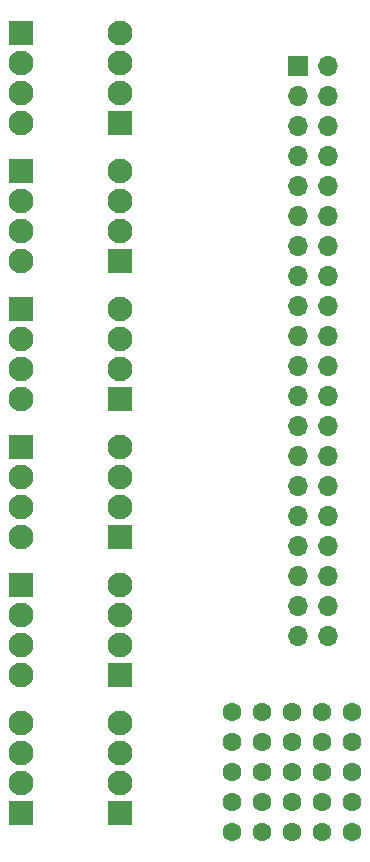
<source format=gbs>
%TF.GenerationSoftware,KiCad,Pcbnew,7.0.5-7.0.5~ubuntu22.04.1*%
%TF.CreationDate,2023-08-20T16:34:43-07:00*%
%TF.ProjectId,terminal_strip_adaptor,7465726d-696e-4616-9c5f-73747269705f,rev?*%
%TF.SameCoordinates,Original*%
%TF.FileFunction,Soldermask,Bot*%
%TF.FilePolarity,Negative*%
%FSLAX46Y46*%
G04 Gerber Fmt 4.6, Leading zero omitted, Abs format (unit mm)*
G04 Created by KiCad (PCBNEW 7.0.5-7.0.5~ubuntu22.04.1) date 2023-08-20 16:34:43*
%MOMM*%
%LPD*%
G01*
G04 APERTURE LIST*
%ADD10R,2.100000X2.100000*%
%ADD11C,2.100000*%
%ADD12C,1.600000*%
%ADD13R,1.700000X1.700000*%
%ADD14O,1.700000X1.700000*%
G04 APERTURE END LIST*
D10*
%TO.C,J10*%
X177500000Y-73439600D03*
D11*
X177500000Y-70899600D03*
X177500000Y-68359600D03*
X177500000Y-65819600D03*
%TD*%
D10*
%TO.C,J8*%
X177500000Y-96790800D03*
D11*
X177500000Y-94250800D03*
X177500000Y-91710800D03*
X177500000Y-89170800D03*
%TD*%
D10*
%TO.C,J11*%
X177500000Y-61764000D03*
D11*
X177500000Y-59224000D03*
X177500000Y-56684000D03*
X177500000Y-54144000D03*
%TD*%
D10*
%TO.C,J13*%
X177500000Y-120142000D03*
D11*
X177500000Y-117602000D03*
X177500000Y-115062000D03*
X177500000Y-112522000D03*
%TD*%
D10*
%TO.C,J9*%
X177500000Y-85115200D03*
D11*
X177500000Y-82575200D03*
X177500000Y-80035200D03*
X177500000Y-77495200D03*
%TD*%
D10*
%TO.C,J6*%
X169118000Y-100838400D03*
D11*
X169118000Y-103378400D03*
X169118000Y-105918400D03*
X169118000Y-108458400D03*
%TD*%
D10*
%TO.C,J12*%
X169118000Y-120142000D03*
D11*
X169118000Y-117602000D03*
X169118000Y-115062000D03*
X169118000Y-112522000D03*
%TD*%
D12*
%TO.C,J14*%
X186944000Y-111633000D03*
X186944000Y-114173000D03*
X186944000Y-116713000D03*
X186944000Y-119253000D03*
X186944000Y-121793000D03*
X189484000Y-111633000D03*
X189484000Y-114173000D03*
X189484000Y-116713000D03*
X189484000Y-119253000D03*
X189484000Y-121793000D03*
X192024000Y-111633000D03*
X192024000Y-114173000D03*
X192024000Y-116713000D03*
X192024000Y-119253000D03*
X192024000Y-121793000D03*
X194564000Y-111633000D03*
X194564000Y-114173000D03*
X194564000Y-116713000D03*
X194564000Y-119253000D03*
X194564000Y-121793000D03*
X197104000Y-111633000D03*
X197104000Y-114173000D03*
X197104000Y-116713000D03*
X197104000Y-119253000D03*
X197104000Y-121793000D03*
%TD*%
D10*
%TO.C,J5*%
X169118000Y-89164800D03*
D11*
X169118000Y-91704800D03*
X169118000Y-94244800D03*
X169118000Y-96784800D03*
%TD*%
D10*
%TO.C,J4*%
X169118000Y-77491200D03*
D11*
X169118000Y-80031200D03*
X169118000Y-82571200D03*
X169118000Y-85111200D03*
%TD*%
D10*
%TO.C,J7*%
X177500000Y-108466400D03*
D11*
X177500000Y-105926400D03*
X177500000Y-103386400D03*
X177500000Y-100846400D03*
%TD*%
D10*
%TO.C,J3*%
X169118000Y-65817600D03*
D11*
X169118000Y-68357600D03*
X169118000Y-70897600D03*
X169118000Y-73437600D03*
%TD*%
D10*
%TO.C,J2*%
X169118000Y-54144000D03*
D11*
X169118000Y-56684000D03*
X169118000Y-59224000D03*
X169118000Y-61764000D03*
%TD*%
D13*
%TO.C,J1*%
X192532000Y-56896000D03*
D14*
X192532000Y-59436000D03*
X192532000Y-61976000D03*
X192532000Y-64516000D03*
X192532000Y-67056000D03*
X192532000Y-69596000D03*
X192532000Y-72136000D03*
X192532000Y-74676000D03*
X192532000Y-77216000D03*
X192532000Y-79756000D03*
X192532000Y-82296000D03*
X192532000Y-84836000D03*
X192532000Y-87376000D03*
X192532000Y-89916000D03*
X192532000Y-92456000D03*
X192532000Y-94996000D03*
X192532000Y-97536000D03*
X192532000Y-100076000D03*
X192532000Y-102616000D03*
X192532000Y-105156000D03*
X195072000Y-105156000D03*
X195072000Y-102616000D03*
X195072000Y-100076000D03*
X195072000Y-97536000D03*
X195072000Y-94996000D03*
X195072000Y-92456000D03*
X195072000Y-89916000D03*
X195072000Y-87376000D03*
X195072000Y-84836000D03*
X195072000Y-82296000D03*
X195072000Y-79756000D03*
X195072000Y-77216000D03*
X195072000Y-74676000D03*
X195072000Y-72136000D03*
X195072000Y-69596000D03*
X195072000Y-67056000D03*
X195072000Y-64516000D03*
X195072000Y-61976000D03*
X195072000Y-59436000D03*
X195072000Y-56896000D03*
%TD*%
M02*

</source>
